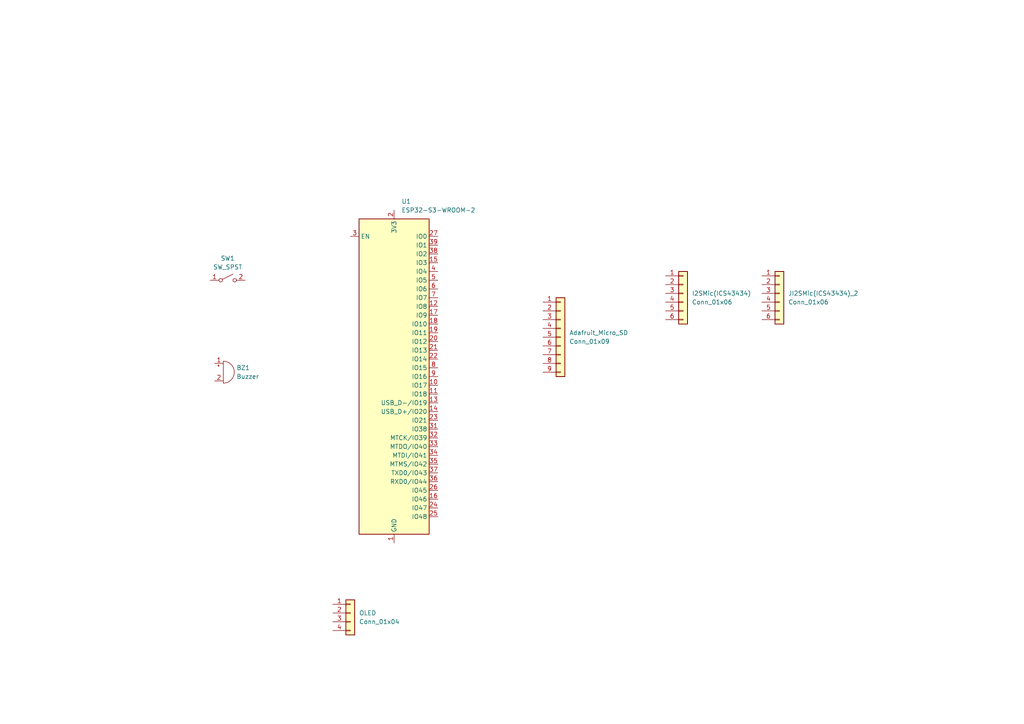
<source format=kicad_sch>
(kicad_sch (version 20250114) (generator "eeschema") (generator_version "9.0")
  (paper "A4")
  (lib_symbols
    (symbol "Connector_Generic:Conn_01x04" (pin_names (offset 1.016) (hide yes))
      (property "Reference" "J" (at 0 5.08 0))
      (property "Value" "Conn_01x04" (at 0 -7.62 0))
      (symbol "Conn_01x04_1_1"
        (rectangle (start -1.27 3.81) (end 1.27 -6.35) (stroke (width 0.254)) (fill (type background)))
        (rectangle (start -1.27 2.667) (end 0 2.413) (stroke (width 0.1524)))
        (rectangle (start -1.27 0.127) (end 0 -0.127) (stroke (width 0.1524)))
        (rectangle (start -1.27 -2.413) (end 0 -2.667) (stroke (width 0.1524)))
        (rectangle (start -1.27 -4.953) (end 0 -5.207) (stroke (width 0.1524)))
        (pin passive line (at -5.08 2.54 0) (length 3.81) (name "Pin_1") (number "1"))
        (pin passive line (at -5.08 0 0) (length 3.81) (name "Pin_2") (number "2"))
        (pin passive line (at -5.08 -2.54 0) (length 3.81) (name "Pin_3") (number "3"))
        (pin passive line (at -5.08 -5.08 0) (length 3.81) (name "Pin_4") (number "4"))
      )
    )
    (symbol "Connector_Generic:Conn_01x06" (pin_names (offset 1.016) (hide yes))
      (property "Reference" "J" (at 0 7.62 0))
      (property "Value" "Conn_01x06" (at 0 -10.16 0))
      (symbol "Conn_01x06_1_1"
        (rectangle (start -1.27 6.35) (end 1.27 -8.89) (stroke (width 0.254)) (fill (type background)))
        (rectangle (start -1.27 5.207) (end 0 4.953) (stroke (width 0.1524)))
        (rectangle (start -1.27 2.667) (end 0 2.413) (stroke (width 0.1524)))
        (rectangle (start -1.27 0.127) (end 0 -0.127) (stroke (width 0.1524)))
        (rectangle (start -1.27 -2.413) (end 0 -2.667) (stroke (width 0.1524)))
        (rectangle (start -1.27 -4.953) (end 0 -5.207) (stroke (width 0.1524)))
        (rectangle (start -1.27 -7.493) (end 0 -7.747) (stroke (width 0.1524)))
        (pin passive line (at -5.08 5.08 0) (length 3.81) (name "Pin_1") (number "1"))
        (pin passive line (at -5.08 2.54 0) (length 3.81) (name "Pin_2") (number "2"))
        (pin passive line (at -5.08 0 0) (length 3.81) (name "Pin_3") (number "3"))
        (pin passive line (at -5.08 -2.54 0) (length 3.81) (name "Pin_4") (number "4"))
        (pin passive line (at -5.08 -5.08 0) (length 3.81) (name "Pin_5") (number "5"))
        (pin passive line (at -5.08 -7.62 0) (length 3.81) (name "Pin_6") (number "6"))
      )
    )
    (symbol "Connector_Generic:Conn_01x09" (pin_names (offset 1.016) (hide yes))
      (property "Reference" "J" (at 0 12.7 0))
      (property "Value" "Conn_01x09" (at 0 -12.7 0))
      (symbol "Conn_01x09_1_1"
        (rectangle (start -1.27 11.43) (end 1.27 -11.43) (stroke (width 0.254)) (fill (type background)))
        (rectangle (start -1.27 10.287) (end 0 10.033) (stroke (width 0.1524)))
        (rectangle (start -1.27 7.747) (end 0 7.493) (stroke (width 0.1524)))
        (rectangle (start -1.27 5.207) (end 0 4.953) (stroke (width 0.1524)))
        (rectangle (start -1.27 2.667) (end 0 2.413) (stroke (width 0.1524)))
        (rectangle (start -1.27 0.127) (end 0 -0.127) (stroke (width 0.1524)))
        (rectangle (start -1.27 -2.413) (end 0 -2.667) (stroke (width 0.1524)))
        (rectangle (start -1.27 -4.953) (end 0 -5.207) (stroke (width 0.1524)))
        (rectangle (start -1.27 -7.493) (end 0 -7.747) (stroke (width 0.1524)))
        (rectangle (start -1.27 -10.033) (end 0 -10.287) (stroke (width 0.1524)))
        (pin passive line (at -5.08 10.16 0) (length 3.81) (name "Pin_1") (number "1"))
        (pin passive line (at -5.08 7.62 0) (length 3.81) (name "Pin_2") (number "2"))
        (pin passive line (at -5.08 5.08 0) (length 3.81) (name "Pin_3") (number "3"))
        (pin passive line (at -5.08 2.54 0) (length 3.81) (name "Pin_4") (number "4"))
        (pin passive line (at -5.08 0 0) (length 3.81) (name "Pin_5") (number "5"))
        (pin passive line (at -5.08 -2.54 0) (length 3.81) (name "Pin_6") (number "6"))
        (pin passive line (at -5.08 -5.08 0) (length 3.81) (name "Pin_7") (number "7"))
        (pin passive line (at -5.08 -7.62 0) (length 3.81) (name "Pin_8") (number "8"))
        (pin passive line (at -5.08 -10.16 0) (length 3.81) (name "Pin_9") (number "9"))
      )
    )
    (symbol "Device:Buzzer" (pin_names (offset 0.0254) (hide yes))
      (property "Reference" "BZ" (at 3.81 1.27 0))
      (property "Value" "Buzzer" (at 3.81 -1.27 0))
      (symbol "Buzzer_0_1"
        (polyline (pts (xy -1.651 1.905) (xy -1.143 1.905)))
        (polyline (pts (xy -1.397 2.159) (xy -1.397 1.651)))
        (arc (start 0 3.175) (mid 3.1612 0) (end 0 -3.175))
        (polyline (pts (xy 0 3.175) (xy 0 -3.175)))
      )
      (symbol "Buzzer_1_1"
        (pin passive line (at -2.54 2.54 0) (length 2.54) (name "+") (number "1"))
        (pin passive line (at -2.54 -2.54 0) (length 2.54) (name "-") (number "2"))
      )
    )
    (symbol "RF_Module:ESP32-S3-WROOM-2"
      (property "Reference" "U" (at -10.16 45.72 0))
      (property "Value" "ESP32-S3-WROOM-2" (at 2.54 45.72 0))
      (symbol "ESP32-S3-WROOM-2_0_1"
        (rectangle (start -10.16 45.72) (end 10.16 -45.72) (stroke (width 0.254)) (fill (type background)))
      )
      (symbol "ESP32-S3-WROOM-2_1_1"
        (pin input line (at -12.7 40.64 0) (length 2.54) (name "EN") (number "3"))
        (pin no_connect line (at -10.16 -35.56 0) (length 2.54) (hide yes) (name "NC") (number "28"))
        (pin no_connect line (at -10.16 -38.1 0) (length 2.54) (hide yes) (name "NC") (number "29"))
        (pin no_connect line (at -10.16 -40.64 0) (length 2.54) (hide yes) (name "NC") (number "30"))
        (pin power_in line (at 0 48.26 270) (length 2.54) (name "3V3") (number "2"))
        (pin power_in line (at 0 -48.26 90) (length 2.54) (name "GND") (number "1"))
        (pin passive line (at 0 -48.26 90) (length 2.54) (hide yes) (name "GND") (number "40"))
        (pin passive line (at 0 -48.26 90) (length 2.54) (hide yes) (name "GND") (number "41"))
        (pin bidirectional line (at 12.7 40.64 180) (length 2.54) (name "IO0") (number "27"))
        (pin bidirectional line (at 12.7 38.1 180) (length 2.54) (name "IO1") (number "39"))
        (pin bidirectional line (at 12.7 35.56 180) (length 2.54) (name "IO2") (number "38"))
        (pin bidirectional line (at 12.7 33.02 180) (length 2.54) (name "IO3") (number "15"))
        (pin bidirectional line (at 12.7 30.48 180) (length 2.54) (name "IO4") (number "4"))
        (pin bidirectional line (at 12.7 27.94 180) (length 2.54) (name "IO5") (number "5"))
        (pin bidirectional line (at 12.7 25.4 180) (length 2.54) (name "IO6") (number "6"))
        (pin bidirectional line (at 12.7 22.86 180) (length 2.54) (name "IO7") (number "7"))
        (pin bidirectional line (at 12.7 20.32 180) (length 2.54) (name "IO8") (number "12"))
        (pin bidirectional line (at 12.7 17.78 180) (length 2.54) (name "IO9") (number "17"))
        (pin bidirectional line (at 12.7 15.24 180) (length 2.54) (name "IO10") (number "18"))
        (pin bidirectional line (at 12.7 12.7 180) (length 2.54) (name "IO11") (number "19"))
        (pin bidirectional line (at 12.7 10.16 180) (length 2.54) (name "IO12") (number "20"))
        (pin bidirectional line (at 12.7 7.62 180) (length 2.54) (name "IO13") (number "21"))
        (pin bidirectional line (at 12.7 5.08 180) (length 2.54) (name "IO14") (number "22"))
        (pin bidirectional line (at 12.7 2.54 180) (length 2.54) (name "IO15") (number "8"))
        (pin bidirectional line (at 12.7 0 180) (length 2.54) (name "IO16") (number "9"))
        (pin bidirectional line (at 12.7 -2.54 180) (length 2.54) (name "IO17") (number "10"))
        (pin bidirectional line (at 12.7 -5.08 180) (length 2.54) (name "IO18") (number "11"))
        (pin bidirectional line (at 12.7 -7.62 180) (length 2.54) (name "USB_D-/IO19") (number "13"))
        (pin bidirectional line (at 12.7 -10.16 180) (length 2.54) (name "USB_D+/IO20") (number "14"))
        (pin bidirectional line (at 12.7 -12.7 180) (length 2.54) (name "IO21") (number "23"))
        (pin bidirectional line (at 12.7 -15.24 180) (length 2.54) (name "IO38") (number "31"))
        (pin bidirectional line (at 12.7 -17.78 180) (length 2.54) (name "MTCK/IO39") (number "32"))
        (pin bidirectional line (at 12.7 -20.32 180) (length 2.54) (name "MTDO/IO40") (number "33"))
        (pin bidirectional line (at 12.7 -22.86 180) (length 2.54) (name "MTDI/IO41") (number "34"))
        (pin bidirectional line (at 12.7 -25.4 180) (length 2.54) (name "MTMS/IO42") (number "35"))
        (pin bidirectional line (at 12.7 -27.94 180) (length 2.54) (name "TXD0/IO43") (number "37"))
        (pin bidirectional line (at 12.7 -30.48 180) (length 2.54) (name "RXD0/IO44") (number "36"))
        (pin bidirectional line (at 12.7 -33.02 180) (length 2.54) (name "IO45") (number "26"))
        (pin bidirectional line (at 12.7 -35.56 180) (length 2.54) (name "IO46") (number "16"))
        (pin bidirectional line (at 12.7 -38.1 180) (length 2.54) (name "IO47") (number "24"))
        (pin bidirectional line (at 12.7 -40.64 180) (length 2.54) (name "IO48") (number "25"))
      )
    )
    (symbol "Switch:SW_SPST" (pin_names (offset 0) (hide yes))
      (property "Reference" "SW" (at 0 3.175 0))
      (property "Value" "SW_SPST" (at 0 -2.54 0))
      (symbol "SW_SPST_0_0"
        (circle (center -2.032 0) (radius 0.508))
        (polyline (pts (xy -1.524 0.254) (xy 1.524 1.778)))
        (circle (center 2.032 0) (radius 0.508))
      )
      (symbol "SW_SPST_1_1"
        (pin passive line (at -5.08 0 0) (length 2.54) (name "A") (number "1"))
        (pin passive line (at 5.08 0 180) (length 2.54) (name "B") (number "2"))
      )
    )
  )
  (symbol (lib_id "Connector_Generic:Conn_01x09") (at 162.56 97.79 0) (unit 1)
    (property "Reference" "Adafruit_Micro_SD" (at 165.1 96.5199 0) (effects (justify left)))
    (property "Value" "Conn_01x09" (at 165.1 99.0599 0) (effects (justify left)))
    (property "Description" "Generic connector, single row, 01x09, script generated (kicad-library-utils/schlib/autogen/connector/)" (effects (hide yes)))
  )
  (symbol (lib_id "Connector_Generic:Conn_01x06") (at 226.06 85.09 0) (unit 1)
    (property "Reference" "JI2SMic(ICS43434)_2" (at 228.6 85.0899 0) (effects (justify left)))
    (property "Value" "Conn_01x06" (at 228.6 87.6299 0) (effects (justify left)))
    (property "Description" "Generic connector, single row, 01x06, script generated (kicad-library-utils/schlib/autogen/connector/)" (effects (hide yes)))
  )
  (symbol (lib_id "RF_Module:ESP32-S3-WROOM-2") (at 114.3 109.22 0) (unit 1)
    (property "Reference" "U1" (at 116.4433 58.42 0) (effects (justify left)))
    (property "Value" "ESP32-S3-WROOM-2" (at 116.4433 60.96 0) (effects (justify left)))
    (property "Footprint" "RF_Module:ESP32-S3-WROOM-2" (effects (hide yes)))
    (property "Datasheet" "https://www.espressif.com/sites/default/files/documentation/esp32-s3-wroom-2_datasheet_en.pdf" (effects (hide yes)))
    (property "Description" "RF Module, 2.4 GHz, Wi­-Fi, Bluetooth, BLE, ESP32­-S3R8V" (effects (hide yes)))
  )
  (symbol (lib_id "Connector_Generic:Conn_01x06") (at 198.12 85.09 0) (unit 1)
    (property "Reference" "I2SMic(ICS43434)" (at 200.66 85.0899 0) (effects (justify left)))
    (property "Value" "Conn_01x06" (at 200.66 87.6299 0) (effects (justify left)))
    (property "Description" "Generic connector, single row, 01x06, script generated (kicad-library-utils/schlib/autogen/connector/)" (effects (hide yes)))
  )
  (symbol (lib_id "Device:Buzzer") (at 64.77 107.95 0) (unit 1)
    (property "Reference" "BZ1" (at 68.58 106.6799 0) (effects (justify left)))
    (property "Value" "Buzzer" (at 68.58 109.2199 0) (effects (justify left)))
    (property "Description" "Buzzer, polarized" (effects (hide yes)))
  )
  (symbol (lib_id "Connector_Generic:Conn_01x04") (at 101.6 177.8 0) (unit 1)
    (property "Reference" "OLED" (at 104.14 177.7999 0) (effects (justify left)))
    (property "Value" "Conn_01x04" (at 104.14 180.3399 0) (effects (justify left)))
    (property "Description" "Generic connector, single row, 01x04, script generated (kicad-library-utils/schlib/autogen/connector/)" (effects (hide yes)))
  )
  (symbol (lib_id "Switch:SW_SPST") (at 66.04 81.28 0) (unit 1)
    (property "Reference" "SW1" (at 66.04 74.93 0))
    (property "Value" "SW_SPST" (at 66.04 77.47 0))
    (property "Description" "Single Pole Single Throw (SPST) switch" (effects (hide yes)))
  )
)
</source>
